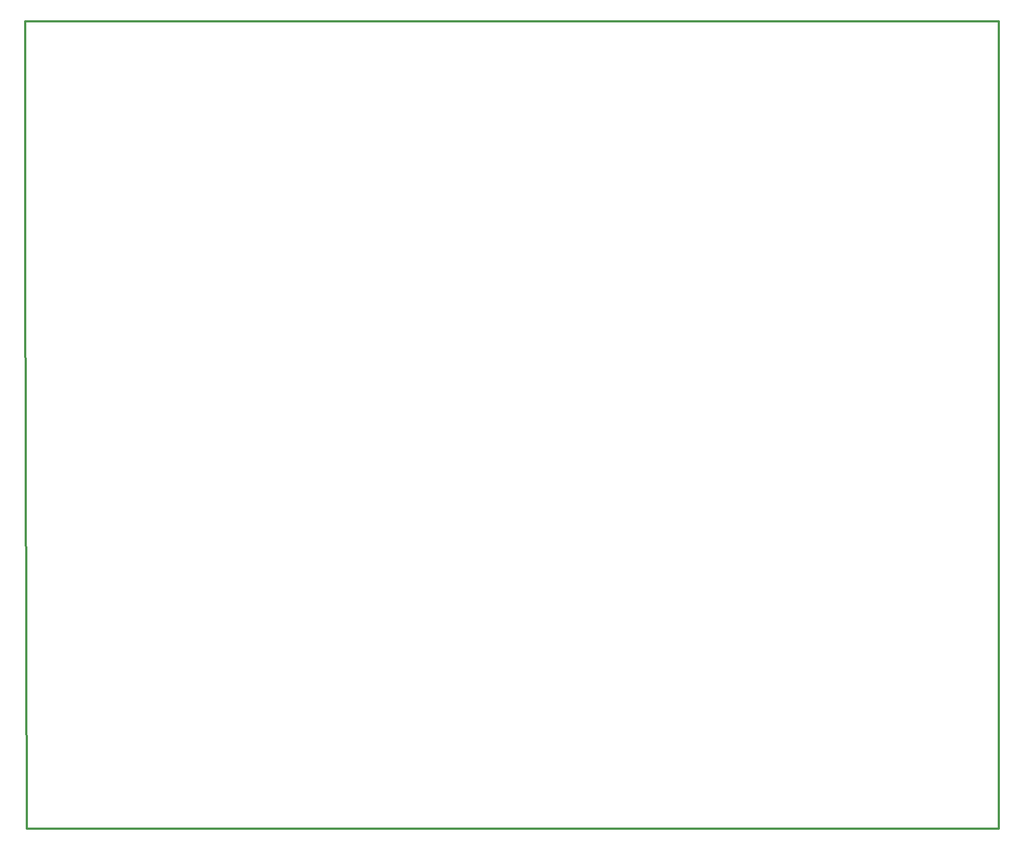
<source format=gbr>
G04 DesignSpark PCB Gerber Version 9.0 Build 5138 *
%FSLAX35Y35*%
%MOIN*%
%ADD105C,0.01200*%
X0Y0D02*
D02*
D105*
X1328Y600D02*
X593100D01*
Y492726*
X600*
Y345659*
X1328Y600*
X0Y0D02*
M02*

</source>
